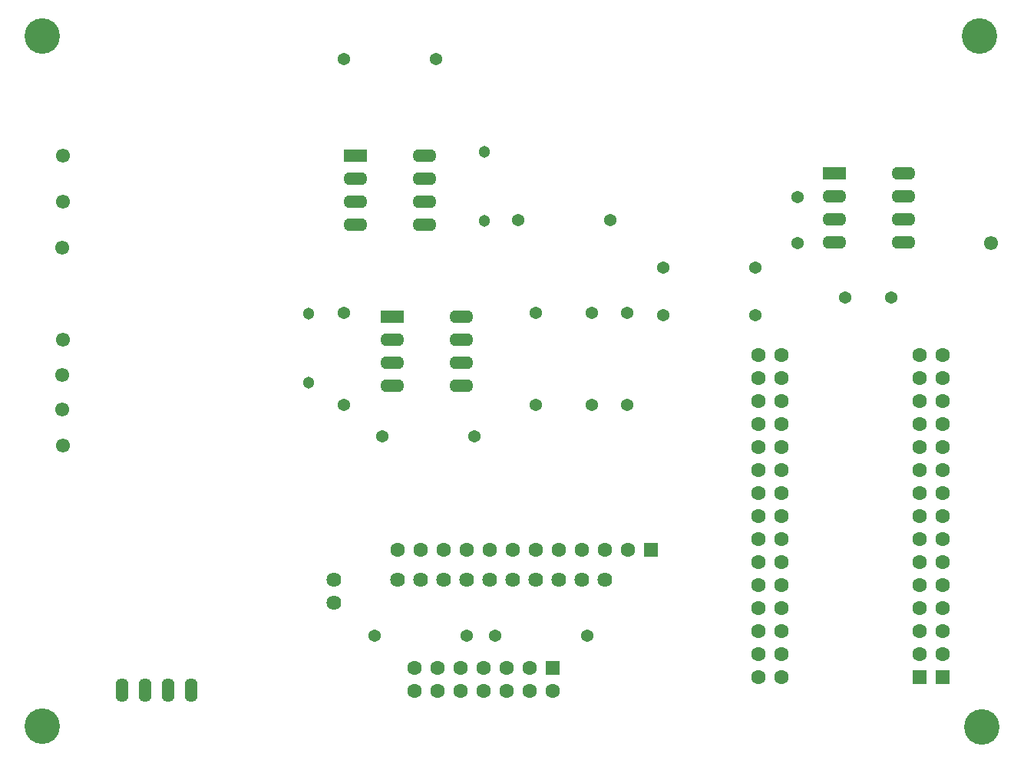
<source format=gts>
G04*
G04 #@! TF.GenerationSoftware,Altium Limited,Altium Designer,18.0.9 (584)*
G04*
G04 Layer_Color=8388736*
%FSLAX25Y25*%
%MOIN*%
G70*
G01*
G75*
%ADD15C,0.05400*%
%ADD16C,0.06306*%
%ADD17R,0.06306X0.06306*%
%ADD18C,0.06400*%
%ADD19R,0.06306X0.06306*%
%ADD20C,0.15400*%
%ADD21R,0.10400X0.05400*%
%ADD22O,0.10400X0.05400*%
%ADD23C,0.05124*%
%ADD24C,0.06100*%
%ADD25O,0.05400X0.10400*%
D15*
X166000Y60800D02*
D03*
X206000D02*
D03*
X218400D02*
D03*
X258400D02*
D03*
X331200Y200400D02*
D03*
X291200D02*
D03*
X169200Y147600D02*
D03*
X209200D02*
D03*
X331200Y220800D02*
D03*
X291200D02*
D03*
X349600Y251600D02*
D03*
Y231600D02*
D03*
X390400Y208000D02*
D03*
X370400D02*
D03*
X275600Y161200D02*
D03*
Y201200D02*
D03*
X260400Y161200D02*
D03*
Y201200D02*
D03*
X152800Y161200D02*
D03*
Y201200D02*
D03*
X228400Y241600D02*
D03*
X268400D02*
D03*
X192800Y311600D02*
D03*
X152800D02*
D03*
X236000Y161200D02*
D03*
Y201200D02*
D03*
D16*
X176000Y98400D02*
D03*
X186000D02*
D03*
X196000D02*
D03*
X206000D02*
D03*
X216000D02*
D03*
X226000D02*
D03*
X236000D02*
D03*
X246000D02*
D03*
X256000D02*
D03*
X266000D02*
D03*
X276000D02*
D03*
X183200Y36800D02*
D03*
Y46800D02*
D03*
X193200Y36800D02*
D03*
Y46800D02*
D03*
X203200Y36800D02*
D03*
Y46800D02*
D03*
X213200Y36800D02*
D03*
Y46800D02*
D03*
X223200Y36800D02*
D03*
Y46800D02*
D03*
X233200Y36800D02*
D03*
Y46800D02*
D03*
X243200Y36800D02*
D03*
X332800Y182800D02*
D03*
Y42800D02*
D03*
Y52800D02*
D03*
Y172800D02*
D03*
Y162800D02*
D03*
Y152800D02*
D03*
Y142800D02*
D03*
Y132800D02*
D03*
Y122800D02*
D03*
Y112800D02*
D03*
Y102800D02*
D03*
Y92800D02*
D03*
Y82800D02*
D03*
Y72800D02*
D03*
Y62800D02*
D03*
X412800D02*
D03*
Y72800D02*
D03*
Y82800D02*
D03*
Y92800D02*
D03*
Y102800D02*
D03*
Y112800D02*
D03*
Y122800D02*
D03*
Y132800D02*
D03*
Y142800D02*
D03*
Y152800D02*
D03*
Y162800D02*
D03*
Y172800D02*
D03*
Y52800D02*
D03*
Y182800D02*
D03*
X342800Y62800D02*
D03*
Y72800D02*
D03*
Y82800D02*
D03*
Y92800D02*
D03*
Y102800D02*
D03*
Y112800D02*
D03*
Y122800D02*
D03*
Y132800D02*
D03*
Y142800D02*
D03*
Y152800D02*
D03*
Y162800D02*
D03*
Y172800D02*
D03*
Y52800D02*
D03*
Y42800D02*
D03*
Y182800D02*
D03*
X402800D02*
D03*
Y52800D02*
D03*
Y172800D02*
D03*
Y162800D02*
D03*
Y152800D02*
D03*
Y142800D02*
D03*
Y132800D02*
D03*
Y122800D02*
D03*
Y112800D02*
D03*
Y102800D02*
D03*
Y92800D02*
D03*
Y82800D02*
D03*
Y72800D02*
D03*
Y62800D02*
D03*
D17*
X286000Y98400D02*
D03*
X243200Y46800D02*
D03*
D18*
X148400Y75200D02*
D03*
Y85200D02*
D03*
X196000D02*
D03*
X176000D02*
D03*
X266000D02*
D03*
X256000D02*
D03*
X246000D02*
D03*
X236000D02*
D03*
X226000D02*
D03*
X216000D02*
D03*
X206000D02*
D03*
X186000D02*
D03*
D19*
X412800Y42800D02*
D03*
X402800D02*
D03*
D20*
X21600Y321600D02*
D03*
X428800D02*
D03*
X429600Y21200D02*
D03*
X21600Y21600D02*
D03*
D21*
X157600Y269600D02*
D03*
X365600Y262000D02*
D03*
X173600Y199600D02*
D03*
D22*
X157600Y259600D02*
D03*
Y249600D02*
D03*
Y239600D02*
D03*
X187600Y269600D02*
D03*
Y259600D02*
D03*
Y249600D02*
D03*
Y239600D02*
D03*
X395600Y232000D02*
D03*
Y242000D02*
D03*
Y252000D02*
D03*
Y262000D02*
D03*
X365600Y232000D02*
D03*
Y242000D02*
D03*
Y252000D02*
D03*
X173600Y189600D02*
D03*
Y179600D02*
D03*
Y169600D02*
D03*
X203600Y199600D02*
D03*
Y189600D02*
D03*
Y179600D02*
D03*
Y169600D02*
D03*
D23*
X137200Y171000D02*
D03*
Y201000D02*
D03*
X213600Y241400D02*
D03*
Y271400D02*
D03*
D24*
X433726Y231631D02*
D03*
X30800Y143600D02*
D03*
X30400Y159200D02*
D03*
Y174400D02*
D03*
X30526Y189631D02*
D03*
X30400Y229600D02*
D03*
X30526Y269632D02*
D03*
Y249632D02*
D03*
D25*
X56400Y37200D02*
D03*
X66400D02*
D03*
X76400D02*
D03*
X86400D02*
D03*
M02*

</source>
